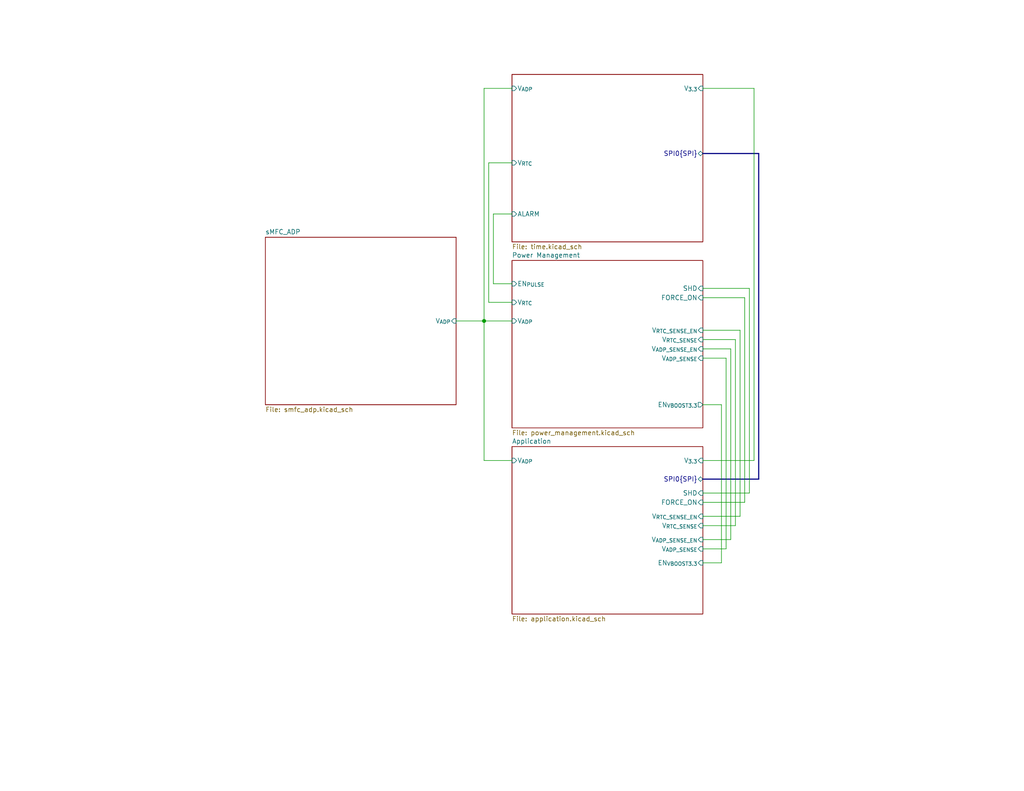
<source format=kicad_sch>
(kicad_sch (version 20230121) (generator eeschema)
  (paper "USLetter")
  (title_block (title "Artemia") (date "2023-09-13") (rev "${REV}") (company "UC San Diego") (comment 1 "Author: ${AUTHOR}") (comment 2 "This is the implementation of Artemia as done for ASPLOS on breadboards."))
  (lib_symbols)
  (junction (at 132.08 87.63))
  (wire (pts (xy 201.93 90.17) (xy 191.77 90.17)))
  (wire (pts (xy 132.08 87.63) (xy 139.7 87.63)))
  (wire (pts (xy 205.74 24.13) (xy 191.77 24.13)))
  (wire (pts (xy 198.12 97.79) (xy 191.77 97.79)))
  (wire (pts (xy 196.85 110.49) (xy 191.77 110.49)))
  (wire (pts (xy 132.08 24.13) (xy 139.7 24.13)))
  (wire (pts (xy 133.35 44.45) (xy 133.35 82.55)))
  (wire (pts (xy 199.39 95.25) (xy 191.77 95.25)))
  (wire (pts (xy 191.77 134.62) (xy 204.47 134.62)))
  (wire (pts (xy 191.77 140.97) (xy 201.93 140.97)))
  (wire (pts (xy 191.77 137.16) (xy 203.2 137.16)))
  (wire (pts (xy 200.66 92.71) (xy 191.77 92.71)))
  (wire (pts (xy 191.77 149.86) (xy 198.12 149.86)))
  (bus (pts (xy 207.01 41.91) (xy 191.77 41.91)))
  (wire (pts (xy 204.47 134.62) (xy 204.47 78.74)))
  (wire (pts (xy 124.46 87.63) (xy 132.08 87.63)))
  (wire (pts (xy 132.08 24.13) (xy 132.08 87.63)))
  (wire (pts (xy 132.08 87.63) (xy 132.08 125.73)))
  (wire (pts (xy 199.39 147.32) (xy 199.39 95.25)))
  (wire (pts (xy 205.74 24.13) (xy 205.74 125.73)))
  (wire (pts (xy 134.62 58.42) (xy 139.7 58.42)))
  (bus (pts (xy 191.77 130.81) (xy 207.01 130.81)))
  (wire (pts (xy 134.62 77.47) (xy 139.7 77.47)))
  (wire (pts (xy 201.93 140.97) (xy 201.93 90.17)))
  (wire (pts (xy 198.12 149.86) (xy 198.12 97.79)))
  (wire (pts (xy 133.35 82.55) (xy 139.7 82.55)))
  (wire (pts (xy 139.7 44.45) (xy 133.35 44.45)))
  (wire (pts (xy 203.2 81.28) (xy 191.77 81.28)))
  (wire (pts (xy 191.77 147.32) (xy 199.39 147.32)))
  (bus (pts (xy 207.01 41.91) (xy 207.01 130.81)))
  (wire (pts (xy 134.62 58.42) (xy 134.62 77.47)))
  (wire (pts (xy 204.47 78.74) (xy 191.77 78.74)))
  (wire (pts (xy 200.66 143.51) (xy 200.66 92.71)))
  (wire (pts (xy 196.85 153.67) (xy 191.77 153.67)))
  (wire (pts (xy 200.66 143.51) (xy 191.77 143.51)))
  (wire (pts (xy 132.08 125.73) (xy 139.7 125.73)))
  (wire (pts (xy 203.2 137.16) (xy 203.2 81.28)))
  (wire (pts (xy 196.85 153.67) (xy 196.85 110.49)))
  (wire (pts (xy 191.77 125.73) (xy 205.74 125.73)))
  (sheet (at 72.39 64.77) (size 52.07 45.72) (stroke (width 0.1524))
    (property "Sheetname" "sMFC_ADP" (at 72.39 64.0584 0) (effects (justify left bottom)))
    (property "Sheetfile" "smfc_adp.kicad_sch" (at 72.39 111.0746 0) (effects (justify left top)))
    (pin "V_{ADP}" input (at 124.46 87.63 0))
  )
  (sheet (at 139.7 121.92) (size 52.07 45.72) (stroke (width 0.1524))
    (property "Sheetname" "Application" (at 139.7 121.2084 0) (effects (justify left bottom)))
    (property "Sheetfile" "application.kicad_sch" (at 139.7 168.2246 0) (effects (justify left top)))
    (pin "V_{ADP}" input (at 139.7 125.73 180))
    (pin "V_{3.3}" input (at 191.77 125.73 0))
    (pin "SPI0{SPI}" bidirectional (at 191.77 130.81 0))
    (pin "V_{RTC_SENSE}" input (at 191.77 143.51 0))
    (pin "V_{ADP_SENSE}" input (at 191.77 149.86 0))
    (pin "V_{ADP_SENSE_EN}" input (at 191.77 147.32 0))
    (pin "V_{RTC_SENSE_EN}" input (at 191.77 140.97 0))
    (pin "SHD" input (at 191.77 134.62 0))
    (pin "FORCE_ON" input (at 191.77 137.16 0))
    (pin "EN_{V_{BOOST3.3}}" input (at 191.77 153.67 0))
  )
  (sheet (at 139.7 71.12) (size 52.07 45.72) (stroke (width 0.1524))
    (property "Sheetname" "Power Management" (at 139.7 70.4084 0) (effects (justify left bottom)))
    (property "Sheetfile" "power_management.kicad_sch" (at 139.7 117.4246 0) (effects (justify left top)))
    (pin "V_{ADP}" input (at 139.7 87.63 180))
    (pin "EN_{PULSE}" input (at 139.7 77.47 180))
    (pin "FORCE_ON" input (at 191.77 81.28 0))
    (pin "SHD" input (at 191.77 78.74 0))
    (pin "V_{ADP_SENSE}" input (at 191.77 97.79 0))
    (pin "V_{ADP_SENSE_EN}" input (at 191.77 95.25 0))
    (pin "V_{RTC_SENSE}" input (at 191.77 92.71 0))
    (pin "V_{RTC}" input (at 139.7 82.55 180))
    (pin "V_{RTC_SENSE_EN}" input (at 191.77 90.17 0))
    (pin "EN_{V_{BOOST3.3}}" output (at 191.77 110.49 0))
  )
  (sheet (at 139.7 20.32) (size 52.07 45.72) (stroke (width 0.1524))
    (property "Sheetname" "Time" (effects hide))
    (property "Sheetfile" "time.kicad_sch" (at 139.7 66.6246 0) (effects (justify left top)))
    (pin "ALARM" input (at 139.7 58.42 180))
    (pin "V_{ADP}" input (at 139.7 24.13 180))
    (pin "V_{3.3}" input (at 191.77 24.13 0))
    (pin "V_{RTC}" input (at 139.7 44.45 180))
    (pin "SPI0{SPI}" bidirectional (at 191.77 41.91 0))
  )
)
</source>
